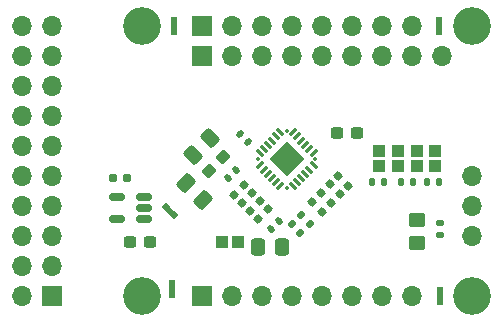
<source format=gbr>
%TF.GenerationSoftware,KiCad,Pcbnew,8.0.7*%
%TF.CreationDate,2024-12-21T10:34:04-05:00*%
%TF.ProjectId,tac5212_audio_board_single_ended,74616335-3231-4325-9f61-7564696f5f62,rev?*%
%TF.SameCoordinates,Original*%
%TF.FileFunction,Soldermask,Top*%
%TF.FilePolarity,Negative*%
%FSLAX46Y46*%
G04 Gerber Fmt 4.6, Leading zero omitted, Abs format (unit mm)*
G04 Created by KiCad (PCBNEW 8.0.7) date 2024-12-21 10:34:04*
%MOMM*%
%LPD*%
G01*
G04 APERTURE LIST*
G04 Aperture macros list*
%AMRoundRect*
0 Rectangle with rounded corners*
0 $1 Rounding radius*
0 $2 $3 $4 $5 $6 $7 $8 $9 X,Y pos of 4 corners*
0 Add a 4 corners polygon primitive as box body*
4,1,4,$2,$3,$4,$5,$6,$7,$8,$9,$2,$3,0*
0 Add four circle primitives for the rounded corners*
1,1,$1+$1,$2,$3*
1,1,$1+$1,$4,$5*
1,1,$1+$1,$6,$7*
1,1,$1+$1,$8,$9*
0 Add four rect primitives between the rounded corners*
20,1,$1+$1,$2,$3,$4,$5,0*
20,1,$1+$1,$4,$5,$6,$7,0*
20,1,$1+$1,$6,$7,$8,$9,0*
20,1,$1+$1,$8,$9,$2,$3,0*%
%AMRotRect*
0 Rectangle, with rotation*
0 The origin of the aperture is its center*
0 $1 length*
0 $2 width*
0 $3 Rotation angle, in degrees counterclockwise*
0 Add horizontal line*
21,1,$1,$2,0,0,$3*%
G04 Aperture macros list end*
%ADD10C,0.000000*%
%ADD11RoundRect,0.062500X-0.185616X-0.274004X0.274004X0.185616X0.185616X0.274004X-0.274004X-0.185616X0*%
%ADD12RoundRect,0.062500X0.185616X-0.274004X0.274004X-0.185616X-0.185616X0.274004X-0.274004X0.185616X0*%
%ADD13RotRect,2.100000X2.100000X45.000000*%
%ADD14RoundRect,0.062500X0.000000X-0.088388X0.088388X0.000000X0.000000X0.088388X-0.088388X0.000000X0*%
%ADD15RoundRect,0.160000X0.252791X-0.026517X-0.026517X0.252791X-0.252791X0.026517X0.026517X-0.252791X0*%
%ADD16RoundRect,0.135000X-0.226274X-0.035355X-0.035355X-0.226274X0.226274X0.035355X0.035355X0.226274X0*%
%ADD17R,1.700000X1.700000*%
%ADD18O,1.700000X1.700000*%
%ADD19C,3.200000*%
%ADD20R,1.000000X1.000000*%
%ADD21RoundRect,0.250000X0.337500X0.475000X-0.337500X0.475000X-0.337500X-0.475000X0.337500X-0.475000X0*%
%ADD22RoundRect,0.160000X-0.026517X-0.252791X0.252791X0.026517X0.026517X0.252791X-0.252791X-0.026517X0*%
%ADD23RoundRect,0.140000X0.219203X0.021213X0.021213X0.219203X-0.219203X-0.021213X-0.021213X-0.219203X0*%
%ADD24RoundRect,0.250000X0.574524X0.097227X0.097227X0.574524X-0.574524X-0.097227X-0.097227X-0.574524X0*%
%ADD25RoundRect,0.150000X0.512500X0.150000X-0.512500X0.150000X-0.512500X-0.150000X0.512500X-0.150000X0*%
%ADD26RoundRect,0.135000X-0.185000X0.135000X-0.185000X-0.135000X0.185000X-0.135000X0.185000X0.135000X0*%
%ADD27R,0.508000X0.500000*%
%ADD28R,0.508000X0.508000*%
%ADD29RoundRect,0.237500X-0.300000X-0.237500X0.300000X-0.237500X0.300000X0.237500X-0.300000X0.237500X0*%
%ADD30RoundRect,0.140000X-0.021213X0.219203X-0.219203X0.021213X0.021213X-0.219203X0.219203X-0.021213X0*%
%ADD31RoundRect,0.250000X-0.097227X0.574524X-0.574524X0.097227X0.097227X-0.574524X0.574524X-0.097227X0*%
%ADD32RoundRect,0.250000X-0.450000X0.350000X-0.450000X-0.350000X0.450000X-0.350000X0.450000X0.350000X0*%
%ADD33RoundRect,0.140000X0.021213X-0.219203X0.219203X-0.021213X-0.021213X0.219203X-0.219203X0.021213X0*%
%ADD34RotRect,0.508000X0.508000X315.000000*%
%ADD35RoundRect,0.135000X-0.135000X-0.185000X0.135000X-0.185000X0.135000X0.185000X-0.135000X0.185000X0*%
%ADD36RoundRect,0.237500X-0.044194X-0.380070X0.380070X0.044194X0.044194X0.380070X-0.380070X-0.044194X0*%
%ADD37RoundRect,0.135000X0.135000X0.185000X-0.135000X0.185000X-0.135000X-0.185000X0.135000X-0.185000X0*%
%ADD38RoundRect,0.160000X-0.197500X-0.160000X0.197500X-0.160000X0.197500X0.160000X-0.197500X0.160000X0*%
%ADD39RoundRect,0.135000X0.226274X0.035355X0.035355X0.226274X-0.226274X-0.035355X-0.035355X-0.226274X0*%
G04 APERTURE END LIST*
%TO.C,E108*%
G36*
X99446000Y-99954000D02*
G01*
X99954000Y-99954000D01*
X99954000Y-99454000D01*
X99446000Y-99454000D01*
X99446000Y-99954000D01*
G37*
%TO.C,E109*%
G36*
X121846000Y-99954000D02*
G01*
X122354000Y-99954000D01*
X122354000Y-99454000D01*
X121846000Y-99454000D01*
X121846000Y-99954000D01*
G37*
D10*
%TO.C,DOUT108*%
G36*
X99653553Y-115394343D02*
G01*
X99294343Y-115753553D01*
X98946447Y-115405657D01*
X99305657Y-115046447D01*
X99653553Y-115394343D01*
G37*
%TO.C,G118*%
G36*
X121946000Y-122854000D02*
G01*
X122454000Y-122854000D01*
X122454000Y-122354000D01*
X121946000Y-122354000D01*
X121946000Y-122854000D01*
G37*
%TO.C,G117*%
G36*
X99246000Y-122254000D02*
G01*
X99754000Y-122254000D01*
X99754000Y-121754000D01*
X99246000Y-121754000D01*
X99246000Y-122254000D01*
G37*
%TD*%
D11*
%TO.C,TAC5212*%
X106910742Y-111521491D03*
X107264295Y-111875045D03*
X107617849Y-112228598D03*
X107971402Y-112582151D03*
X108324955Y-112935705D03*
X108678509Y-113289258D03*
D12*
X109721491Y-113289258D03*
X110075045Y-112935705D03*
X110428598Y-112582151D03*
X110782151Y-112228598D03*
X111135705Y-111875045D03*
X111489258Y-111521491D03*
D11*
X111489258Y-110478509D03*
X111135705Y-110124955D03*
X110782151Y-109771402D03*
X110428598Y-109417849D03*
X110075045Y-109064295D03*
X109721491Y-108710742D03*
D12*
X108678509Y-108710742D03*
X108324955Y-109064295D03*
X107971402Y-109417849D03*
X107617849Y-109771402D03*
X107264295Y-110124955D03*
X106910742Y-110478509D03*
D13*
X109200000Y-111000000D03*
D14*
X106767553Y-111000000D03*
X109200000Y-113432447D03*
X111632447Y-111000000D03*
X109200000Y-108567553D03*
%TD*%
D15*
%TO.C,R113*%
X112937059Y-114705168D03*
X112092067Y-113860176D03*
%TD*%
D16*
%TO.C,R121*%
X109617194Y-116508362D03*
X110338442Y-117229610D03*
%TD*%
D17*
%TO.C,board_outline108*%
X89337500Y-122600000D03*
D18*
X86797500Y-122600000D03*
X89337500Y-120060000D03*
X86797500Y-120060000D03*
X89337500Y-117520000D03*
X86797500Y-117520000D03*
X89337500Y-114980000D03*
X86797500Y-114980000D03*
X89337500Y-112440000D03*
X86797500Y-112440000D03*
X89337500Y-109900000D03*
X86797500Y-109900000D03*
X89337500Y-107360000D03*
X86797500Y-107360000D03*
X89337500Y-104820000D03*
X86797500Y-104820000D03*
X89337500Y-102280000D03*
X86797500Y-102280000D03*
X89337500Y-99740000D03*
X86797500Y-99740000D03*
D17*
X102047500Y-102285000D03*
X102047500Y-99745000D03*
D18*
X104587500Y-102285000D03*
X104587500Y-99745000D03*
X107127500Y-102285000D03*
X107127500Y-99745000D03*
X109667500Y-102285000D03*
X109667500Y-99745000D03*
X112207500Y-102285000D03*
X112207500Y-99745000D03*
X114747500Y-102285000D03*
X114747500Y-99745000D03*
X117287500Y-102285000D03*
X117287500Y-99745000D03*
X119827500Y-102285000D03*
X119827500Y-99745000D03*
D17*
X102047500Y-122605000D03*
D18*
X104587500Y-122605000D03*
X107127500Y-122605000D03*
X109667500Y-122605000D03*
X112207500Y-122605000D03*
X114747500Y-122605000D03*
X117287500Y-122605000D03*
X119827500Y-122605000D03*
X124892500Y-117525000D03*
X124892500Y-114985000D03*
X124892500Y-112445000D03*
X122352500Y-102285000D03*
D19*
X96952500Y-99745000D03*
X124892500Y-99745000D03*
X96952500Y-122605000D03*
X124892500Y-122605000D03*
%TD*%
D20*
%TO.C,ADD108*%
X117000000Y-111600000D03*
X117000000Y-110300000D03*
%TD*%
D15*
%TO.C,R112*%
X113677789Y-113964439D03*
X112832797Y-113119447D03*
%TD*%
D21*
%TO.C,C111*%
X108818261Y-118400000D03*
X106743261Y-118400000D03*
%TD*%
D15*
%TO.C,R114*%
X112157509Y-115484718D03*
X111312517Y-114639726D03*
%TD*%
D22*
%TO.C,R115*%
X105445334Y-114708704D03*
X106290326Y-113863712D03*
%TD*%
D20*
%TO.C,ADD112*%
X118600000Y-111600000D03*
X118600000Y-110300000D03*
%TD*%
D23*
%TO.C,C109*%
X105939411Y-109539411D03*
X105260589Y-108860589D03*
%TD*%
D20*
%TO.C,ADD110*%
X120200000Y-111600000D03*
X120200000Y-110300000D03*
%TD*%
D24*
%TO.C,C115*%
X102133623Y-114433623D03*
X100666377Y-112966377D03*
%TD*%
D25*
%TO.C,U108*%
X97137500Y-116050000D03*
X97137500Y-115100000D03*
X97137500Y-114150000D03*
X94862500Y-114150000D03*
X94862500Y-116050000D03*
%TD*%
D22*
%TO.C,R118*%
X106788837Y-116052207D03*
X107633829Y-115207215D03*
%TD*%
D26*
%TO.C,R126*%
X122200000Y-116390000D03*
X122200000Y-117410000D03*
%TD*%
D27*
%TO.C,E108*%
X99700000Y-100204000D03*
D28*
X99700000Y-99200000D03*
%TD*%
D29*
%TO.C,C118*%
X113437500Y-108800000D03*
X115162500Y-108800000D03*
%TD*%
D30*
%TO.C,C116*%
X104937914Y-111892722D03*
X104259092Y-112571544D03*
%TD*%
D31*
%TO.C,C108*%
X101266377Y-110633623D03*
X102733623Y-109166377D03*
%TD*%
D32*
%TO.C,D116*%
X120200000Y-116100000D03*
X120200000Y-118100000D03*
%TD*%
D33*
%TO.C,C112*%
X107860589Y-116939411D03*
X108539411Y-116260589D03*
%TD*%
D27*
%TO.C,E109*%
X122100000Y-100204000D03*
D28*
X122100000Y-99200000D03*
%TD*%
D20*
%TO.C,ADD111*%
X121800000Y-111600000D03*
X121800000Y-110300000D03*
%TD*%
D34*
%TO.C,DOUT108*%
X99653553Y-115753553D03*
X98946447Y-115046447D03*
%TD*%
D15*
%TO.C,R110*%
X114420251Y-113221977D03*
X113575259Y-112376985D03*
%TD*%
D29*
%TO.C,C128*%
X95937500Y-118000000D03*
X97662500Y-118000000D03*
%TD*%
D35*
%TO.C,R123*%
X121090000Y-112900000D03*
X122110000Y-112900000D03*
%TD*%
D36*
%TO.C,C119*%
X102590120Y-112009880D03*
X103809880Y-110790120D03*
%TD*%
D37*
%TO.C,R124*%
X117410000Y-112900000D03*
X116390000Y-112900000D03*
%TD*%
D22*
%TO.C,R119*%
X104773583Y-114036952D03*
X105618575Y-113191960D03*
%TD*%
D20*
%TO.C,PU_EN108*%
X103750000Y-118000000D03*
X105050000Y-118000000D03*
%TD*%
D22*
%TO.C,R117*%
X106117086Y-115380455D03*
X106962078Y-114535463D03*
%TD*%
D27*
%TO.C,G118*%
X122200000Y-123104000D03*
D28*
X122200000Y-122100000D03*
%TD*%
D37*
%TO.C,R122*%
X119910000Y-112900000D03*
X118890000Y-112900000D03*
%TD*%
D38*
%TO.C,R125*%
X94502500Y-112600000D03*
X95697500Y-112600000D03*
%TD*%
D27*
%TO.C,G117*%
X99500000Y-122504000D03*
D28*
X99500000Y-121500000D03*
%TD*%
D39*
%TO.C,R120*%
X111141385Y-116460624D03*
X110420137Y-115739376D03*
%TD*%
M02*

</source>
